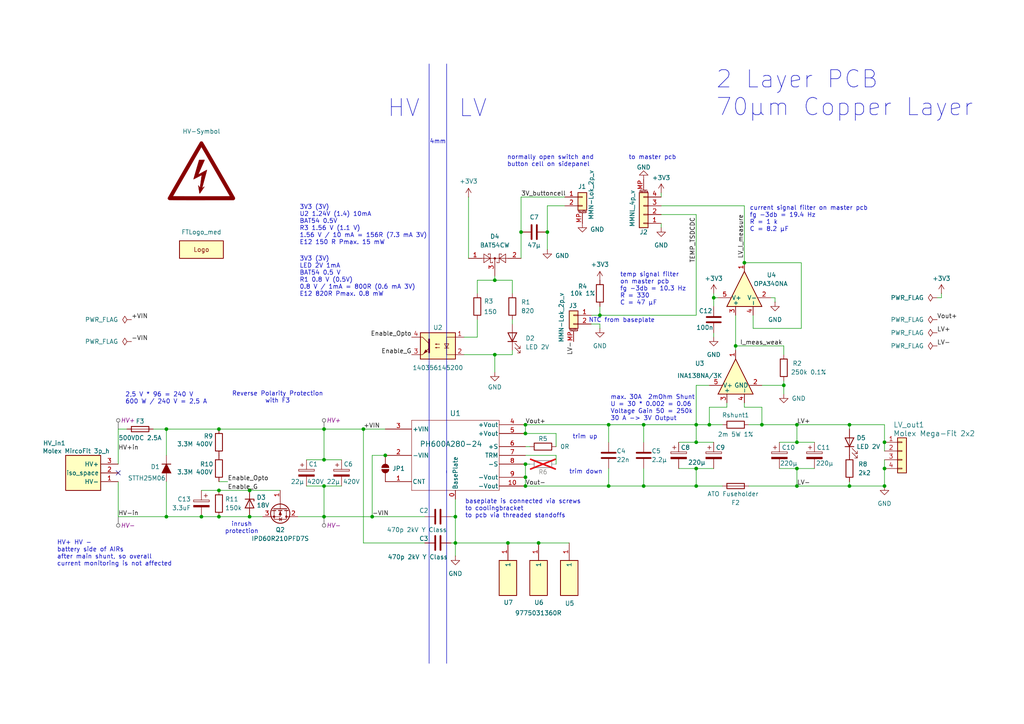
<source format=kicad_sch>
(kicad_sch (version 20250114) (generator "eeschema") (generator_version "9.0")
  (paper "A4")
  (title_block (title "TS-DCDC") (date "2024-12-12") (rev "0.5"))
  (lib_symbols
    (symbol "2024-11-18_21-41-11:PH600A280-24" (pin_names (offset 0.254))
      (property "Reference" "U1" (at 20.32 7.112 0))
      (property "Value" "PH600A280-24" (at 19.05 -1.778 0))
      (symbol "PH600A280-24_1_1"
        (pin power_in line (at 0 2.54 0) (length 7.62) (name "+VIN") (number "3"))
        (pin power_in line (at 0 -5.08 0) (length 7.62) (name "-VIN") (number "2"))
        (pin input line (at 0 -12.7 0) (length 7.62) (name "CNT") (number "1"))
        (pin passive line (at 20.32 -17.78 90) (length 2.54) (name "BasePlate") (number "0"))
        (pin power_out line (at 40.64 3.81 180) (length 7.62) (name "+Vout") (number "4"))
        (pin passive line (at 40.64 1.27 180) (length 7.62) (name "+Vout") (number "5"))
        (pin input line (at 40.64 -2.54 180) (length 7.62) (name "+S") (number "6"))
        (pin input line (at 40.64 -5.08 180) (length 7.62) (name "TRM") (number "7"))
        (pin input line (at 40.64 -7.62 180) (length 7.62) (name "-S") (number "8"))
        (pin passive line (at 40.64 -11.43 180) (length 7.62) (name "-Vout") (number "9"))
        (pin power_out line (at 40.64 -13.97 180) (length 7.62) (name "-Vout") (number "10"))
      )
    )
    (symbol "43650-0317:43650-0317"
      (property "Reference" "HV_in1" (at 18.542 -11.938 0))
      (property "Value" "Molex MircoFit 3p_h" (at 11.43 -9.398 0))
      (symbol "43650-0317_1_1"
        (pin power_out line (at 0 0 0) (length 5.08) (name "HV+") (number "3"))
        (pin passive line (at 0 -2.54 0) (length 5.08) (name "iso_space") (number "2"))
        (pin power_out line (at 0 -5.08 0) (length 5.08) (name "HV-") (number "1"))
      )
    )
    (symbol "9775031360R:9775031360R"
      (property "Reference" "U" (at 16.51 7.62 0))
      (property "Value" "9775031360R" (at 16.51 5.08 0))
      (symbol "9775031360R_1_1"
        (pin passive line (at 0 0 0) (length 5.08) (name "1") (number "1"))
      )
    )
    (symbol "Amplifier_Current:INA138" (pin_names (offset 0.127))
      (property "Reference" "U" (at 3.81 5.08 0))
      (property "Value" "INA138" (at 3.81 2.54 0))
      (symbol "INA138_1_1"
        (pin input line (at -7.62 2.54 0) (length 2.54) (name "+") (number "3"))
        (pin input line (at -7.62 -2.54 0) (length 2.54) (name "-") (number "4"))
        (pin power_in line (at -2.54 7.62 270) (length 3.81) (name "V+") (number "5"))
        (pin power_in line (at -2.54 -7.62 90) (length 3.81) (name "GND") (number "2"))
        (pin output line (at 7.62 0 180) (length 2.54) (name "~") (number "1"))
      )
    )
    (symbol "Amplifier_Operational:OPA340NA" (pin_names (offset 0.127))
      (property "Reference" "U" (at -1.27 6.35 0))
      (property "Value" "OPA340NA" (at -1.27 3.81 0))
      (symbol "OPA340NA_0_1"
        (pin power_in line (at -2.54 7.62 270) (length 3.81) (name "V+") (number "5"))
        (pin power_in line (at -2.54 -7.62 90) (length 3.81) (name "V-") (number "2"))
      )
      (symbol "OPA340NA_1_1"
        (pin input line (at -7.62 2.54 0) (length 2.54) (name "+") (number "3"))
        (pin input line (at -7.62 -2.54 0) (length 2.54) (name "-") (number "4"))
        (pin output line (at 7.62 0 180) (length 2.54) (name "~") (number "1"))
      )
    )
    (symbol "Conn_01x04_1" (pin_names (offset 1.016) (hide yes))
      (property "Reference" "LV_out1" (at -2.54 7.62 0))
      (property "Value" "Molex Mega-Fit 2x2" (at -2.54 5.08 0))
      (symbol "Conn_01x04_1_1_1"
        (pin power_in line (at -5.08 2.54 0) (length 3.81) (name "Pin_1") (number "1"))
        (pin power_in line (at -5.08 0 0) (length 3.81) (name "Pin_2") (number "2"))
        (pin power_in line (at -5.08 -2.54 0) (length 3.81) (name "Pin_3") (number "3"))
        (pin power_in line (at -5.08 -5.08 0) (length 3.81) (name "Pin_4") (number "4"))
      )
    )
    (symbol "Connector_Generic_MountingPin:Conn_01x02_MountingPin" (pin_names (offset 1.016) (hide yes))
      (property "Reference" "J" (at 0 2.54 0))
      (property "Value" "Conn_01x02_MountingPin" (at 1.27 -5.08 0))
      (symbol "Conn_01x02_MountingPin_1_1"
        (text "Mounting" (at 0 -4.191 0) (effects (font (size 0.381 0.381))))
        (pin passive line (at -5.08 0 0) (length 3.81) (name "Pin_1") (number "1"))
        (pin passive line (at -5.08 -2.54 0) (length 3.81) (name "Pin_2") (number "2"))
        (pin passive line (at 0 -7.62 90) (length 3.048) (name "MountPin") (number "MP"))
      )
    )
    (symbol "Connector_Generic_MountingPin:Conn_01x04_MountingPin" (pin_names (offset 1.016) (hide yes))
      (property "Reference" "J" (at 0 5.08 0))
      (property "Value" "Conn_01x04_MountingPin" (at 1.27 -7.62 0))
      (symbol "Conn_01x04_MountingPin_1_1"
        (text "Mounting" (at 0 -6.731 0) (effects (font (size 0.381 0.381))))
        (pin passive line (at -5.08 2.54 0) (length 3.81) (name "Pin_1") (number "1"))
        (pin passive line (at -5.08 0 0) (length 3.81) (name "Pin_2") (number "2"))
        (pin passive line (at -5.08 -2.54 0) (length 3.81) (name "Pin_3") (number "3"))
        (pin passive line (at -5.08 -5.08 0) (length 3.81) (name "Pin_4") (number "4"))
        (pin passive line (at 0 -10.16 90) (length 3.048) (name "MountPin") (number "MP"))
      )
    )
    (symbol "Device:C" (pin_numbers (hide yes)) (pin_names (offset 0.254))
      (property "Reference" "C" (at 0.635 2.54 0))
      (property "Value" "C" (at 0.635 -2.54 0))
      (symbol "C_1_1"
        (pin passive line (at 0 3.81 270) (length 2.794) (name "~") (number "1"))
        (pin passive line (at 0 -3.81 90) (length 2.794) (name "~") (number "2"))
      )
    )
    (symbol "Device:C_Polarized" (pin_numbers (hide yes)) (pin_names (offset 0.254))
      (property "Reference" "C" (at 0.635 2.54 0))
      (property "Value" "C_Polarized" (at 0.635 -2.54 0))
      (symbol "C_Polarized_1_1"
        (pin passive line (at 0 3.81 270) (length 2.794) (name "~") (number "1"))
        (pin passive line (at 0 -3.81 90) (length 2.794) (name "~") (number "2"))
      )
    )
    (symbol "Device:D_Filled" (pin_numbers (hide yes)) (pin_names (offset 1.016) (hide yes))
      (property "Reference" "D" (at 0 2.54 0))
      (property "Value" "D_Filled" (at 0 -2.54 0))
      (symbol "D_Filled_1_1"
        (pin passive line (at -3.81 0 0) (length 2.54) (name "K") (number "1"))
        (pin passive line (at 3.81 0 180) (length 2.54) (name "A") (number "2"))
      )
    )
    (symbol "Device:D_Zener" (pin_numbers (hide yes)) (pin_names (offset 1.016) (hide yes))
      (property "Reference" "D" (at 0 2.54 0))
      (property "Value" "D_Zener" (at 0 -2.54 0))
      (symbol "D_Zener_1_1"
        (pin passive line (at -3.81 0 0) (length 2.54) (name "K") (number "1"))
        (pin passive line (at 3.81 0 180) (length 2.54) (name "A") (number "2"))
      )
    )
    (symbol "Device:Fuse" (pin_numbers (hide yes)) (pin_names (offset 0))
      (property "Reference" "F" (at 2.032 0 90))
      (property "Value" "Fuse" (at -1.905 0 90))
      (symbol "Fuse_1_1"
        (pin passive line (at 0 3.81 270) (length 1.27) (name "~") (number "1"))
        (pin passive line (at 0 -3.81 90) (length 1.27) (name "~") (number "2"))
      )
    )
    (symbol "Device:LED" (pin_numbers (hide yes)) (pin_names (offset 1.016) (hide yes))
      (property "Reference" "D" (at 0 2.54 0))
      (property "Value" "LED" (at 0 -2.54 0))
      (symbol "LED_1_1"
        (pin passive line (at -3.81 0 0) (length 2.54) (name "K") (number "1"))
        (pin passive line (at 3.81 0 180) (length 2.54) (name "A") (number "2"))
      )
    )
    (symbol "Device:R" (pin_numbers (hide yes)) (pin_names (offset 0))
      (property "Reference" "R" (at 2.032 0 90))
      (property "Value" "R" (at 0 0 90))
      (symbol "R_1_1"
        (pin passive line (at 0 3.81 270) (length 1.27) (name "~") (number "1"))
        (pin passive line (at 0 -3.81 90) (length 1.27) (name "~") (number "2"))
      )
    )
    (symbol "Diode:BAT54CW" (pin_names (offset 1.016))
      (property "Reference" "D" (at 0.635 -3.81 0))
      (property "Value" "BAT54CW" (at -6.35 3.175 0))
      (symbol "BAT54CW_1_1"
        (pin passive line (at -7.62 0 0) (length 3.81) (name "~") (number "1"))
        (pin passive line (at 0 -5.08 90) (length 5.08) (name "~") (number "3"))
        (pin passive line (at 7.62 0 180) (length 3.81) (name "~") (number "2"))
      )
    )
    (symbol "FaSTTUBe_logos:FTLogo_med"
      (property "Value" "FTLogo_med" (at 0 -3.81 0))
      (symbol "FTLogo_med_0_0"
        (text "Logo" (at 0 0 0) (effects (font (size 1.27 1.27))))
      )
    )
    (symbol "FaSTTUBe_logos:HV-Symbol" (pin_names (offset 1.016))
      (property "Value" "HV-Symbol" (at 0 -10.16 0))
    )
    (symbol "Fuse_1" (pin_numbers (hide yes)) (pin_names (offset 0))
      (property "Reference" "F2" (at 4.826 0 90))
      (property "Value" "ATO Fuseholder" (at 2.286 0.762 90))
      (symbol "Fuse_1_1_1"
        (pin passive line (at 0 3.81 270) (length 1.27) (name "~") (number "1"))
        (pin passive line (at 0 -3.81 90) (length 1.27) (name "~") (number "2"))
      )
    )
    (symbol "Jumper:SolderJumper_2_Open" (pin_numbers (hide yes)) (pin_names (offset 0) (hide yes)) (exclude_from_sim yes) (in_bom no)
      (property "Reference" "JP" (at 0 2.032 0))
      (property "Value" "SolderJumper_2_Open" (at 0 -2.54 0))
      (symbol "SolderJumper_2_Open_1_1"
        (pin passive line (at -3.81 0 0) (length 2.54) (name "A") (number "1"))
        (pin passive line (at 3.81 0 180) (length 2.54) (name "B") (number "2"))
      )
    )
    (symbol "Relay_SolidState:34.81-7048"
      (property "Reference" "U2" (at 0 5.334 0))
      (property "Value" "140356145200" (at 0 -6.35 0))
      (symbol "34.81-7048_1_1"
        (pin passive line (at -7.62 2.54 0) (length 2.54) (name "") (number "1"))
        (pin passive line (at -7.62 -2.54 0) (length 2.54) (name "~") (number "2"))
        (pin passive line (at 7.62 2.54 180) (length 2.54) (name "~") (number "4"))
        (pin passive line (at 7.62 -2.54 180) (length 2.54) (name "~") (number "3"))
      )
    )
    (symbol "Transistor_FET:IPD50R380CE" (pin_names (hide yes))
      (property "Reference" "Q" (at 5.08 1.905 0))
      (property "Value" "IPD50R380CE" (at 5.08 0 0))
      (symbol "IPD50R380CE_1_1"
        (pin input line (at -5.08 0 0) (length 2.54) (name "G") (number "1"))
        (pin passive line (at 2.54 5.08 270) (length 2.54) (name "D") (number "2"))
        (pin passive line (at 2.54 -5.08 90) (length 2.54) (name "S") (number "3"))
      )
    )
    (symbol "power:+3V3" (power) (pin_numbers (hide yes)) (pin_names (offset 0) (hide yes))
      (property "Value" "+3V3" (at 0 3.556 0))
      (symbol "+3V3_1_1"
        (pin power_in line (at 0 0 90) (length 0) (name "~") (number "1"))
      )
    )
    (symbol "power:GND" (power) (pin_numbers (hide yes)) (pin_names (offset 0) (hide yes))
      (property "Value" "GND" (at 0 -3.81 0))
      (symbol "GND_1_1"
        (pin power_in line (at 0 0 270) (length 0) (name "~") (number "1"))
      )
    )
    (symbol "power:PWR_FLAG" (power) (pin_numbers (hide yes)) (pin_names (offset 0) (hide yes))
      (property "Value" "PWR_FLAG" (at 0 3.81 0))
      (symbol "PWR_FLAG_0_0"
        (pin power_out line (at 0 0 90) (length 0) (name "~") (number "1"))
      )
    )
  )
  (text "trim down" (at 169.926 136.906 0) (effects (font (size 1.27 1.27))))
  (text "inrush\nprotection" (at 70.104 153.162 0) (effects (font (size 1.27 1.27))))
  (text "3V3 (3V)\nU2 1.24V (1.4) 10mA\nBAT54 0.5V\nR3 1.56 V (1.1 V)\n1.56 V / 10 mA = 156R (7.3 mA 3V)\nE12 150 R Pmax. 15 mW\n" (at 86.868 65.278 0) (effects (font (size 1.27 1.27)) (justify left)))
  (text "max. 30A  2mOhm Shunt \nU = 30 * 0.002 = 0.06\nVoltage Gain 50 = 250k\n30 A -> 3V Output\n" (at 177.038 118.364 0) (effects (font (size 1.27 1.27)) (justify left)))
  (text "trim up" (at 169.672 126.746 0) (effects (font (size 1.27 1.27))))
  (text "2,5 V * 96 = 240 V\n600 W / 240 V = 2,5 A\n" (at 36.322 115.57 0) (effects (font (size 1.27 1.27)) (justify left)))
  (text "current signal filter on master pcb\nfg -3db = 19.4 Hz\nR = 1 k\nC = 8.2 µF\n" (at 217.424 63.5 0) (effects (font (size 1.27 1.27)) (justify left)))
  (text "LV" (at 137.16 31.496 0) (effects (font (size 5 5))))
  (text "4mm" (at 127 41.148 0) (effects (font (size 1.27 1.27))))
  (text "normally open switch and\nbutton cell on sidepanel\n " (at 147.066 44.958 0) (effects (font (size 1.27 1.27)) (justify left top)))
  (text "NTC from baseplate" (at 180.34 92.964 0) (effects (font (size 1.27 1.27))))
  (text "HV" (at 117.094 31.496 0) (effects (font (size 5 5))))
  (text "3V3 (3V)\nLED 2V 1mA\nBAT54 0.5 V \nR1 0.8 V (0.5V)\n0.8 V / 1mA = 800R (0.6 mA 3V)\nE12 820R Pmax. 0.8 mW" (at 86.868 80.264 0) (effects (font (size 1.27 1.27)) (justify left)))
  (text "HV+ HV -\nbattery side of AIRs\nafter main shunt, so overall \ncurrent monitoring is not affected" (at 16.51 160.528 0) (effects (font (size 1.27 1.27)) (justify left)))
  (text "to master pcb" (at 189.23 45.72 0) (effects (font (size 1.27 1.27))))
  (text "baseplate is connected via screws \nto coolingbracket\nto pcb via threaded standoffs\n" (at 134.874 147.574 0) (effects (font (size 1.27 1.27)) (justify left)))
  (text "temp signal filter \non master pcb\nfg -3db = 10.3 Hz\nR = 330\nC = 47 µF" (at 179.832 83.82 0) (effects (font (size 1.27 1.27)) (justify left)))
  (text "Reverse Polarity Protection\nwith F3" (at 80.518 115.316 0) (effects (font (size 1.27 1.27))))
  (text "2 Layer PCB \n70µm Copper Layer\n" (at 207.518 27.178 0) (effects (font (size 5 5)) (justify left)))
  (junction (at 152.4 134.62))
  (junction (at 186.69 123.19))
  (junction (at 207.01 86.36))
  (junction (at 63.5 124.46))
  (junction (at 48.26 124.46))
  (junction (at 143.51 81.28))
  (junction (at 201.93 128.27))
  (junction (at 107.95 149.86))
  (junction (at 213.36 100.33))
  (junction (at 48.26 149.86))
  (junction (at 231.14 123.19))
  (junction (at 176.53 123.19))
  (junction (at 105.41 124.46))
  (junction (at 151.13 67.31))
  (junction (at 152.4 138.43))
  (junction (at 147.32 157.48))
  (junction (at 201.93 135.89))
  (junction (at 152.4 123.19))
  (junction (at 246.38 123.19))
  (junction (at 132.08 157.48))
  (junction (at 72.39 142.24))
  (junction (at 152.4 140.97))
  (junction (at 205.74 123.19))
  (junction (at 201.93 123.19))
  (junction (at 176.53 140.97))
  (junction (at 72.39 149.86))
  (junction (at 231.14 128.27))
  (junction (at 231.14 135.89))
  (junction (at 93.98 149.86))
  (junction (at 173.99 91.44))
  (junction (at 158.75 67.31))
  (junction (at 156.21 157.48))
  (junction (at 152.4 125.73))
  (junction (at 201.93 140.97))
  (junction (at 220.98 123.19))
  (junction (at 132.08 149.86))
  (junction (at 256.54 128.27))
  (junction (at 111.76 132.08))
  (junction (at 58.42 149.86))
  (junction (at 93.98 124.46))
  (junction (at 186.69 140.97))
  (junction (at 93.98 140.97))
  (junction (at 215.9 76.2))
  (junction (at 246.38 140.97))
  (junction (at 256.54 135.89))
  (junction (at 227.33 111.76))
  (junction (at 256.54 140.97))
  (junction (at 143.51 102.87))
  (junction (at 231.14 140.97))
  (junction (at 63.5 149.86))
  (junction (at 93.98 133.35))
  (junction (at 63.5 142.24))
  (no_connect (at 34.29 137.16))
  (wire (pts (xy 231.14 135.89) (xy 231.14 140.97)))
  (wire (pts (xy 132.08 144.78) (xy 132.08 149.86)))
  (wire (pts (xy 72.39 142.24) (xy 81.28 142.24)))
  (wire (pts (xy 231.14 128.27) (xy 236.22 128.27)))
  (wire (pts (xy 48.26 149.86) (xy 58.42 149.86)))
  (wire (pts (xy 34.29 139.7) (xy 34.29 149.86)))
  (wire (pts (xy 176.53 123.19) (xy 176.53 128.27)))
  (wire (pts (xy 176.53 135.89) (xy 176.53 140.97)))
  (wire (pts (xy 158.75 59.69) (xy 158.75 67.31)))
  (wire (pts (xy 148.59 102.87) (xy 148.59 101.6)))
  (wire (pts (xy 201.93 123.19) (xy 205.74 123.19)))
  (wire (pts (xy 107.95 132.08) (xy 107.95 149.86)))
  (wire (pts (xy 152.4 134.62) (xy 153.67 134.62)))
  (wire (pts (xy 226.06 128.27) (xy 231.14 128.27)))
  (wire (pts (xy 72.39 149.86) (xy 76.2 149.86)))
  (wire (pts (xy 107.95 132.08) (xy 111.76 132.08)))
  (wire (pts (xy 201.93 111.76) (xy 205.74 111.76)))
  (wire (pts (xy 143.51 81.28) (xy 143.51 80.01)))
  (wire (pts (xy 273.05 86.36) (xy 271.78 86.36)))
  (wire (pts (xy 151.13 57.15) (xy 163.83 57.15)))
  (wire (pts (xy 132.08 149.86) (xy 130.81 149.86)))
  (wire (pts (xy 201.93 62.23) (xy 201.93 91.44)))
  (wire (pts (xy 152.4 132.08) (xy 161.29 132.08)))
  (wire (pts (xy 173.99 93.98) (xy 171.45 93.98)))
  (wire (pts (xy 138.43 81.28) (xy 138.43 85.09)))
  (wire (pts (xy 132.08 157.48) (xy 147.32 157.48)))
  (wire (pts (xy 44.45 124.46) (xy 48.26 124.46)))
  (wire (pts (xy 93.98 133.35) (xy 99.06 133.35)))
  (wire (pts (xy 205.74 123.19) (xy 209.55 123.19)))
  (wire (pts (xy 34.29 124.46) (xy 36.83 124.46)))
  (wire (pts (xy 134.62 97.79) (xy 138.43 97.79)))
  (wire (pts (xy 207.01 96.52) (xy 207.01 97.79)))
  (wire (pts (xy 201.93 111.76) (xy 201.93 123.19)))
  (wire (pts (xy 210.82 116.84) (xy 210.82 118.11)))
  (wire (pts (xy 210.82 118.11) (xy 205.74 118.11)))
  (wire (pts (xy 135.89 57.15) (xy 135.89 74.93)))
  (wire (pts (xy 34.29 124.46) (xy 34.29 134.62)))
  (wire (pts (xy 218.44 95.25) (xy 232.41 95.25)))
  (wire (pts (xy 161.29 134.62) (xy 161.29 132.08)))
  (wire (pts (xy 227.33 111.76) (xy 227.33 114.3)))
  (wire (pts (xy 152.4 123.19) (xy 176.53 123.19)))
  (polyline (pts (xy 124.46 18.542) (xy 124.46 192.405)))
  (wire (pts (xy 208.28 86.36) (xy 207.01 86.36)))
  (wire (pts (xy 191.77 66.04) (xy 191.77 64.77)))
  (wire (pts (xy 151.13 57.15) (xy 151.13 67.31)))
  (wire (pts (xy 152.4 138.43) (xy 152.4 134.62)))
  (wire (pts (xy 34.29 149.86) (xy 48.26 149.86)))
  (wire (pts (xy 217.17 140.97) (xy 231.14 140.97)))
  (wire (pts (xy 105.41 157.48) (xy 123.19 157.48)))
  (wire (pts (xy 105.41 124.46) (xy 111.76 124.46)))
  (wire (pts (xy 143.51 81.28) (xy 148.59 81.28)))
  (wire (pts (xy 143.51 102.87) (xy 148.59 102.87)))
  (wire (pts (xy 220.98 118.11) (xy 220.98 123.19)))
  (wire (pts (xy 66.04 139.7) (xy 63.5 139.7)))
  (wire (pts (xy 63.5 142.24) (xy 58.42 142.24)))
  (wire (pts (xy 224.79 87.63) (xy 224.79 86.36)))
  (wire (pts (xy 186.69 123.19) (xy 201.93 123.19)))
  (wire (pts (xy 152.4 129.54) (xy 153.67 129.54)))
  (wire (pts (xy 88.9 133.35) (xy 93.98 133.35)))
  (wire (pts (xy 213.36 91.44) (xy 213.36 100.33)))
  (wire (pts (xy 186.69 140.97) (xy 201.93 140.97)))
  (wire (pts (xy 173.99 88.9) (xy 173.99 91.44)))
  (wire (pts (xy 107.95 149.86) (xy 123.19 149.86)))
  (wire (pts (xy 63.5 149.86) (xy 72.39 149.86)))
  (wire (pts (xy 213.36 100.33) (xy 227.33 100.33)))
  (wire (pts (xy 173.99 91.44) (xy 201.93 91.44)))
  (wire (pts (xy 186.69 123.19) (xy 186.69 128.27)))
  (wire (pts (xy 220.98 111.76) (xy 227.33 111.76)))
  (wire (pts (xy 201.93 128.27) (xy 207.01 128.27)))
  (wire (pts (xy 186.69 135.89) (xy 186.69 140.97)))
  (wire (pts (xy 201.93 135.89) (xy 201.93 140.97)))
  (wire (pts (xy 158.75 67.31) (xy 158.75 72.39)))
  (wire (pts (xy 220.98 118.11) (xy 215.9 118.11)))
  (wire (pts (xy 226.06 135.89) (xy 231.14 135.89)))
  (wire (pts (xy 93.98 124.46) (xy 93.98 133.35)))
  (polyline (pts (xy 129.54 136.525) (xy 129.54 192.405)))
  (wire (pts (xy 93.98 140.97) (xy 99.06 140.97)))
  (wire (pts (xy 152.4 123.19) (xy 152.4 125.73)))
  (wire (pts (xy 191.77 57.15) (xy 191.77 55.88)))
  (wire (pts (xy 232.41 76.2) (xy 215.9 76.2)))
  (wire (pts (xy 201.93 140.97) (xy 209.55 140.97)))
  (wire (pts (xy 161.29 125.73) (xy 152.4 125.73)))
  (wire (pts (xy 93.98 124.46) (xy 105.41 124.46)))
  (wire (pts (xy 48.26 139.7) (xy 48.26 149.86)))
  (wire (pts (xy 205.74 118.11) (xy 205.74 123.19)))
  (wire (pts (xy 147.32 157.48) (xy 156.21 157.48)))
  (wire (pts (xy 138.43 81.28) (xy 143.51 81.28)))
  (wire (pts (xy 196.85 128.27) (xy 201.93 128.27)))
  (wire (pts (xy 196.85 135.89) (xy 201.93 135.89)))
  (wire (pts (xy 232.41 95.25) (xy 232.41 76.2)))
  (wire (pts (xy 93.98 140.97) (xy 88.9 140.97)))
  (wire (pts (xy 163.83 59.69) (xy 158.75 59.69)))
  (wire (pts (xy 246.38 124.46) (xy 246.38 123.19)))
  (wire (pts (xy 176.53 123.19) (xy 186.69 123.19)))
  (wire (pts (xy 213.36 100.33) (xy 213.36 101.6)))
  (wire (pts (xy 224.79 86.36) (xy 223.52 86.36)))
  (wire (pts (xy 173.99 91.44) (xy 171.45 91.44)))
  (wire (pts (xy 231.14 135.89) (xy 236.22 135.89)))
  (wire (pts (xy 217.17 123.19) (xy 220.98 123.19)))
  (wire (pts (xy 215.9 59.69) (xy 215.9 76.2)))
  (wire (pts (xy 231.14 140.97) (xy 246.38 140.97)))
  (wire (pts (xy 231.14 123.19) (xy 231.14 128.27)))
  (wire (pts (xy 201.93 135.89) (xy 207.01 135.89)))
  (wire (pts (xy 191.77 59.69) (xy 215.9 59.69)))
  (polyline (pts (xy 129.54 18.542) (xy 129.54 137.16)))
  (wire (pts (xy 86.36 149.86) (xy 93.98 149.86)))
  (wire (pts (xy 152.4 140.97) (xy 152.4 138.43)))
  (wire (pts (xy 48.26 132.08) (xy 48.26 124.46)))
  (wire (pts (xy 143.51 102.87) (xy 143.51 107.95)))
  (wire (pts (xy 152.4 140.97) (xy 176.53 140.97)))
  (wire (pts (xy 93.98 149.86) (xy 107.95 149.86)))
  (wire (pts (xy 256.54 128.27) (xy 256.54 130.81)))
  (wire (pts (xy 256.54 133.35) (xy 256.54 135.89)))
  (wire (pts (xy 246.38 123.19) (xy 256.54 123.19)))
  (wire (pts (xy 63.5 142.24) (xy 72.39 142.24)))
  (wire (pts (xy 176.53 140.97) (xy 186.69 140.97)))
  (wire (pts (xy 148.59 92.71) (xy 148.59 93.98)))
  (wire (pts (xy 48.26 124.46) (xy 63.5 124.46)))
  (wire (pts (xy 173.99 93.98) (xy 173.99 95.25)))
  (wire (pts (xy 215.9 118.11) (xy 215.9 116.84)))
  (wire (pts (xy 138.43 92.71) (xy 138.43 97.79)))
  (wire (pts (xy 256.54 135.89) (xy 256.54 140.97)))
  (wire (pts (xy 151.13 67.31) (xy 151.13 74.93)))
  (wire (pts (xy 58.42 149.86) (xy 63.5 149.86)))
  (wire (pts (xy 148.59 81.28) (xy 148.59 85.09)))
  (wire (pts (xy 161.29 129.54) (xy 161.29 125.73)))
  (wire (pts (xy 246.38 139.7) (xy 246.38 140.97)))
  (wire (pts (xy 132.08 157.48) (xy 130.81 157.48)))
  (wire (pts (xy 132.08 161.29) (xy 132.08 157.48)))
  (wire (pts (xy 105.41 124.46) (xy 105.41 157.48)))
  (wire (pts (xy 273.05 85.09) (xy 273.05 86.36)))
  (wire (pts (xy 63.5 124.46) (xy 93.98 124.46)))
  (wire (pts (xy 165.1 157.48) (xy 156.21 157.48)))
  (wire (pts (xy 227.33 100.33) (xy 227.33 102.87)))
  (wire (pts (xy 220.98 123.19) (xy 231.14 123.19)))
  (wire (pts (xy 207.01 86.36) (xy 207.01 85.09)))
  (wire (pts (xy 132.08 149.86) (xy 132.08 157.48)))
  (wire (pts (xy 256.54 140.97) (xy 246.38 140.97)))
  (wire (pts (xy 256.54 123.19) (xy 256.54 128.27)))
  (wire (pts (xy 207.01 86.36) (xy 207.01 88.9)))
  (wire (pts (xy 227.33 110.49) (xy 227.33 111.76)))
  (wire (pts (xy 143.51 102.87) (xy 134.62 102.87)))
  (wire (pts (xy 231.14 123.19) (xy 246.38 123.19)))
  (wire (pts (xy 201.93 62.23) (xy 191.77 62.23)))
  (wire (pts (xy 218.44 95.25) (xy 218.44 91.44)))
  (wire (pts (xy 93.98 149.86) (xy 93.98 140.97)))
  (wire (pts (xy 201.93 123.19) (xy 201.93 128.27)))
  (label "LV+" (at 231.14 123.19 0))
  (label "+VIN" (at 38.1 92.71 0))
  (label "LV-" (at 231.14 140.97 0))
  (label "Vout-" (at 152.4 140.97 0))
  (label "TEMP_TSDCDC" (at 201.93 76.2 90))
  (label "LV-" (at 271.78 100.33 0))
  (label "Vout+" (at 271.78 92.71 0))
  (label "-VIN" (at 38.1 99.06 0))
  (label "-VIN" (at 107.95 149.86 0))
  (label "LV_I_measure" (at 215.9 74.93 90))
  (label "HV+in" (at 34.29 130.81 0))
  (label "I_meas_weak" (at 214.63 100.33 0))
  (label "3V_buttoncell" (at 151.13 57.15 0))
  (label "LV-" (at 166.37 99.06 270))
  (label "Enable_G" (at 66.04 142.24 0))
  (label "HV-in" (at 34.29 149.86 0))
  (label "Enable_Opto" (at 66.04 139.7 0))
  (label "Vout+" (at 152.4 123.19 0))
  (label "Enable_G" (at 119.38 102.87 180))
  (label "Enable_Opto" (at 119.38 97.79 180))
  (label "+VIN" (at 105.41 124.46 0))
  (label "LV+" (at 271.78 96.52 0))
  (netclass_flag "" (length 2.54) (shape round) (at 34.29 124.46 0) (property "Netclass" "HV+" (at 34.9885 121.92 0) (effects (font (italic yes)) (justify left))))
  (netclass_flag "" (length 2.54) (shape round) (at 34.29 149.86 180) (property "Netclass" "HV-" (at 34.9885 152.4 0) (effects (font (italic yes)) (justify left))))
  (netclass_flag "" (length 2.54) (shape round) (at 93.98 124.46 0) (property "Netclass" "HV+" (at 94.6785 121.92 0) (effects (font (italic yes)) (justify left))))
  (netclass_flag "" (length 2.54) (shape round) (at 93.98 149.86 180) (property "Netclass" "HV-" (at 94.6785 152.4 0) (effects (font (italic yes)) (justify left))))
  (symbol (lib_id "9775031360R:9775031360R") (at 165.1 157.48 270) (unit 1)
    (property "Reference" "U5" (at 163.83 175.006 90) (effects (justify left)))
    (property "Value" "9775031360R" (effects (hide yes)))
    (property "Footprint" "9775031360R" (effects (hide yes)))
    (property "Datasheet" "https://www.we-online.com/components/products/datasheet/9775031360R.pdf" (effects (hide yes)))
    (property "Description" "Round Standoff Threaded M3 Steel 0.039\" (1.00mm)" (effects (hide yes)))
    (property "Height" "4.2" (effects (hide yes)))
    (property "Mouser Part Number" "710-9775031360R" (effects (hide yes)))
    (property "Mouser Price/Stock" "https://www.mouser.co.uk/ProductDetail/Wurth-Elektronik/9775031360R?qs=lBTPRtX1sU%252BooRt%2F6rjYpA%3D%3D" (effects (hide yes)))
    (property "Manufacturer_Name" "Wurth Elektronik" (effects (hide yes)))
    (property "Manufacturer_Part_Number" "9775031360R" (effects (hide yes)))
  )
  (symbol (lib_id "Device:LED") (at 148.59 97.79 90) (unit 1)
    (property "Reference" "D2" (at 152.4 98.1074 90) (effects (justify right)))
    (property "Value" "LED 2V" (at 152.4 100.6474 90) (effects (justify right)))
    (property "Footprint" "LED_SMD:LED_0603_1608Metric" (effects (hide yes)))
    (property "Description" "Light emitting diode" (effects (hide yes)))
  )
  (symbol (lib_id "Device:C_Polarized") (at 196.85 132.08 0) (unit 1)
    (property "Reference" "C8" (at 200.152 129.794 0) (effects (justify right)))
    (property "Value" "220µ" (at 204.724 134.112 0) (effects (justify right)))
    (property "Footprint" "Capacitor_THT:CP_Radial_D10.0mm_P5.00mm" (effects (hide yes)))
    (property "Datasheet" "https://mou.sr/3E8B9GR" (effects (hide yes)))
    (property "Description" "Polarized capacitor" (effects (hide yes)))
  )
  (symbol (lib_id "Device:C") (at 176.53 132.08 0) (unit 1)
    (property "Reference" "C4" (at 178.816 130.81 0) (effects (justify left)))
    (property "Value" "22n" (at 178.816 133.35 0) (effects (justify left)))
    (property "Footprint" "Capacitor_SMD:C_1206_3216Metric" (effects (hide yes)))
    (property "Description" "Unpolarized capacitor" (effects (hide yes)))
  )
  (symbol (lib_id "Device:R") (at 246.38 135.89 0) (unit 1)
    (property "Reference" "R8" (at 248.92 134.6199 0) (effects (justify left)))
    (property "Value" "2k2" (at 248.92 137.1599 0) (effects (justify left)))
    (property "Footprint" "Resistor_SMD:R_0603_1608Metric" (effects (hide yes)))
    (property "Description" "Resistor" (effects (hide yes)))
  )
  (symbol (lib_id "Connector_Generic_MountingPin:Conn_01x04_MountingPin") (at 186.69 62.23 180) (unit 1)
    (property "Reference" "J2" (at 186.69 67.31 0))
    (property "Value" "MMNL_4p_v" (at 183.388 60.452 90))
    (property "Footprint" "FaSTTUBe_connectors:Micro_Mate-N-Lok_4p_vertical" (effects (hide yes)))
    (property "Description" "Generic connectable mounting pin connector, single row, 01x04, script generated (kicad-library-utils/schlib/autogen/connector/)" (effects (hide yes)))
  )
  (symbol (lib_id "power:GND") (at 256.54 140.97 0) (unit 1)
    (property "Reference" "#PWR01" (effects (hide yes)))
    (property "Value" "GND" (at 256.54 146.05 0))
    (property "Description" "Power symbol creates a global label with name \"GND\" , ground" (effects (hide yes)))
  )
  (symbol (lib_id "Device:R") (at 157.48 129.54 90) (unit 1)
    (property "Reference" "R5" (at 157.48 127.254 90))
    (property "Value" "0R" (at 163.83 129.54 90))
    (property "Footprint" "Resistor_SMD:R_0603_1608Metric" (effects (hide yes)))
    (property "Description" "Resistor" (effects (hide yes)))
  )
  (symbol (lib_id "power:PWR_FLAG") (at 38.1 92.71 90) (unit 1)
    (property "Reference" "#FLG02" (effects (hide yes)))
    (property "Value" "PWR_FLAG" (at 34.29 92.7099 90) (effects (justify left)))
    (property "Description" "Special symbol for telling ERC where power comes from" (effects (hide yes)))
  )
  (symbol (lib_id "power:+3V3") (at 191.77 55.88 0) (mirror y) (unit 1)
    (property "Reference" "#PWR05" (effects (hide yes)))
    (property "Value" "+3V3" (at 191.77 51.562 0))
    (property "Description" "Power symbol creates a global label with name \"+3V3\"" (effects (hide yes)))
  )
  (symbol (lib_id "Amplifier_Operational:OPA340NA") (at 215.9 83.82 90) (unit 1)
    (property "Reference" "U4" (at 223.774 79.756 90))
    (property "Value" "OPA340NA" (at 223.52 82.296 90))
    (property "Footprint" "Package_TO_SOT_SMD:SOT-23-5" (effects (hide yes)))
    (property "Datasheet" "http://www.ti.com/lit/ds/symlink/opa340.pdf" (effects (hide yes)))
    (property "Description" "Single Single-Supply, Rail-to-Rail Operational Amplifier, MicroAmplifier Series, SOT-23-5" (effects (hide yes)))
  )
  (symbol (lib_id "Jumper:SolderJumper_2_Open") (at 111.76 135.89 90) (unit 1) (in_bom no)
    (property "Reference" "JP1" (at 113.792 135.89 90) (effects (justify right)))
    (property "Value" "SolderJumper_2_Open" (effects (hide yes)))
    (property "Footprint" "Jumper:SolderJumper-2_P1.3mm_Open_RoundedPad1.0x1.5mm" (effects (hide yes)))
    (property "Description" "Solder Jumper, 2-pole, open" (effects (hide yes)))
  )
  (symbol (lib_id "Device:C_Polarized") (at 226.06 132.08 0) (unit 1)
    (property "Reference" "C10" (at 230.632 129.794 0) (effects (justify right)))
    (property "Value" "220µ" (at 231.394 134.366 0) (effects (justify right)))
    (property "Footprint" "Capacitor_THT:CP_Radial_D10.0mm_P5.00mm" (effects (hide yes)))
    (property "Datasheet" "https://mou.sr/3E8B9GR" (effects (hide yes)))
    (property "Description" "Polarized capacitor" (effects (hide yes)))
  )
  (symbol (lib_id "Device:LED") (at 246.38 128.27 90) (unit 1)
    (property "Reference" "D5" (at 248.412 127 90) (effects (justify right)))
    (property "Value" "LED 2V" (at 248.412 129.54 90) (effects (justify right)))
    (property "Footprint" "LED_SMD:LED_0603_1608Metric" (effects (hide yes)))
    (property "Description" "Light emitting diode" (effects (hide yes)))
  )
  (symbol (lib_id "Device:C_Polarized") (at 88.9 137.16 0) (unit 1)
    (property "Reference" "C1" (at 92.202 134.62 0) (effects (justify right)))
    (property "Value" "22µ 420V" (at 93.98 139.7 0) (effects (justify right)))
    (property "Footprint" "Capacitor_THT:CP_Radial_D12.5mm_P5.00mm" (effects (hide yes)))
    (property "Datasheet" "https://www.mouser.de/ProductDetail/Chemi-Con/EKXN451ELL220MK16S?qs=eP2BKZSCXI45cEkx%2FZPDFw%3D%3D" (effects (hide yes)))
    (property "Description" "Polarized capacitor" (effects (hide yes)))
  )
  (symbol (lib_id "Device:C") (at 127 149.86 90) (unit 1)
    (property "Reference" "C2" (at 122.936 148.082 90))
    (property "Value" "470p 2kV Y Class" (at 120.904 153.67 90))
    (property "Footprint" "footprints:VY1471M29Y5UC63V0" (effects (hide yes)))
    (property "Datasheet" "https://www.vishay.com/docs/28537/vy1series.pdf" (effects (hide yes)))
    (property "Description" "Unpolarized capacitor" (effects (hide yes)))
  )
  (symbol (lib_id "power:PWR_FLAG") (at 271.78 100.33 90) (unit 1)
    (property "Reference" "#FLG05" (effects (hide yes)))
    (property "Value" "PWR_FLAG" (at 267.97 100.3299 90) (effects (justify left)))
    (property "Description" "Special symbol for telling ERC where power comes from" (effects (hide yes)))
  )
  (symbol (lib_id "Device:C_Polarized") (at 207.01 132.08 0) (unit 1)
    (property "Reference" "C9" (at 210.312 129.794 0) (effects (justify right)))
    (property "Value" "220µ" (effects (hide yes)))
    (property "Footprint" "Capacitor_THT:CP_Radial_D10.0mm_P5.00mm" (effects (hide yes)))
    (property "Datasheet" "https://mou.sr/3E8B9GR" (effects (hide yes)))
    (property "Description" "Polarized capacitor" (effects (hide yes)))
  )
  (symbol (lib_id "9775031360R:9775031360R") (at 156.21 157.48 270) (unit 1)
    (property "Reference" "U6" (at 154.94 174.752 90) (effects (justify left)))
    (property "Value" "9775031360R" (at 149.352 177.8 90) (effects (justify left)))
    (property "Footprint" "9775031360R" (effects (hide yes)))
    (property "Datasheet" "https://www.we-online.com/components/products/datasheet/9775031360R.pdf" (effects (hide yes)))
    (property "Description" "Round Standoff Threaded M3 Steel 0.039\" (1.00mm)" (effects (hide yes)))
    (property "Height" "4.2" (effects (hide yes)))
    (property "Mouser Part Number" "710-9775031360R" (effects (hide yes)))
    (property "Mouser Price/Stock" "https://www.mouser.co.uk/ProductDetail/Wurth-Elektronik/9775031360R?qs=lBTPRtX1sU%252BooRt%2F6rjYpA%3D%3D" (effects (hide yes)))
    (property "Manufacturer_Name" "Wurth Elektronik" (effects (hide yes)))
    (property "Manufacturer_Part_Number" "9775031360R" (effects (hide yes)))
  )
  (symbol (lib_id "Device:R") (at 148.59 88.9 0) (unit 1)
    (property "Reference" "R1" (at 151.13 87.6299 0) (effects (justify left)))
    (property "Value" "820" (at 151.13 90.1699 0) (effects (justify left)))
    (property "Footprint" "Resistor_SMD:R_0603_1608Metric" (effects (hide yes)))
    (property "Description" "Resistor" (effects (hide yes)))
  )
  (symbol (lib_id "power:GND") (at 207.01 97.79 0) (unit 1)
    (property "Reference" "#PWR013" (effects (hide yes)))
    (property "Value" "GND" (at 207.01 102.87 0))
    (property "Description" "Power symbol creates a global label with name \"GND\" , ground" (effects (hide yes)))
  )
  (symbol (lib_id "2024-11-18_21-41-11:PH600A280-24") (at 111.76 127 0) (unit 1)
    (property "Reference" "U1" (at 132.08 119.888 0) (effects (font (size 1.524 1.524))))
    (property "Value" "PH600A280-24" (at 130.81 128.778 0) (effects (font (size 1.524 1.524))))
    (property "Footprint" "footprints:PH300A_thru_PH600A_TDK" (effects (hide yes)))
    (property "Datasheet" "https://product.tdk.com/system/files/dam/doc/product/power/switching-power/dc-dc-converter/catalog/ph-a280_e.pdf" (effects (hide yes)))
  )
  (symbol (lib_id "power:PWR_FLAG") (at 271.78 86.36 90) (unit 1)
    (property "Reference" "#FLG01" (effects (hide yes)))
    (property "Value" "PWR_FLAG" (at 267.97 86.36 90) (effects (justify left)))
    (property "Description" "Special symbol for telling ERC where power comes from" (effects (hide yes)))
  )
  (symbol (lib_id "Device:C") (at 154.94 67.31 90) (unit 1)
    (property "Reference" "C7" (at 154.94 62.992 90))
    (property "Value" "47µ" (at 154.94 71.12 90))
    (property "Footprint" "Capacitor_SMD:C_1210_3225Metric" (effects (hide yes)))
    (property "Description" "Unpolarized capacitor" (effects (hide yes)))
  )
  (symbol (lib_id "power:+3V3") (at 173.99 81.28 0) (mirror y) (unit 1)
    (property "Reference" "#PWR08" (effects (hide yes)))
    (property "Value" "+3V3" (at 173.99 76.708 0))
    (property "Description" "Power symbol creates a global label with name \"+3V3\"" (effects (hide yes)))
  )
  (symbol (lib_id "FaSTTUBe_logos:HV-Symbol") (at 58.42 49.53 0) (unit 1)
    (property "Reference" "#Logo2" (effects (hide yes)))
    (property "Value" "HV-Symbol" (at 58.4225 38.1 0))
    (property "Footprint" "FaSTTUBe_logos:HV-Warning" (effects (hide yes)))
  )
  (symbol (lib_id "power:GND") (at 227.33 114.3 0) (unit 1)
    (property "Reference" "#PWR02" (effects (hide yes)))
    (property "Value" "GND" (at 231.648 115.57 0))
    (property "Description" "Power symbol creates a global label with name \"GND\" , ground" (effects (hide yes)))
  )
  (symbol (lib_id "Device:C_Polarized") (at 58.42 146.05 0) (mirror y) (unit 1)
    (property "Reference" "C13" (at 55.372 144.78 0) (effects (justify left)))
    (property "Value" "3.3uF" (at 55.372 147.32 0) (effects (justify left)))
    (property "Footprint" "Capacitor_SMD:C_0805_2012Metric" (effects (hide yes)))
    (property "Description" "Polarized capacitor" (effects (hide yes)))
  )
  (symbol (lib_id "Device:R") (at 63.5 146.05 0) (unit 1)
    (property "Reference" "R11" (at 65.278 144.78 0) (effects (justify left)))
    (property "Value" "150k" (at 65.278 147.32 0) (effects (justify left)))
    (property "Footprint" "Resistor_SMD:R_0603_1608Metric" (effects (hide yes)))
    (property "Description" "Resistor" (effects (hide yes)))
  )
  (symbol (lib_id "Device:C_Polarized") (at 236.22 132.08 0) (unit 1)
    (property "Reference" "C11" (at 240.792 129.794 0) (effects (justify right)))
    (property "Value" "220µ" (at 241.808 134.366 0) (effects (justify right)))
    (property "Footprint" "Capacitor_THT:CP_Radial_D10.0mm_P5.00mm" (effects (hide yes)))
    (property "Datasheet" "https://mou.sr/3E8B9GR" (effects (hide yes)))
    (property "Description" "Polarized capacitor" (effects (hide yes)))
  )
  (symbol (lib_id "power:GND") (at 132.08 161.29 0) (unit 1)
    (property "Reference" "#PWR010" (effects (hide yes)))
    (property "Value" "GND" (at 132.08 166.37 0))
    (property "Description" "Power symbol creates a global label with name \"GND\" , ground" (effects (hide yes)))
  )
  (symbol (lib_id "Relay_SolidState:34.81-7048") (at 127 100.33 0) (mirror y) (unit 1)
    (property "Reference" "U2" (at 127 94.996 0))
    (property "Value" "140356145200" (at 127 106.68 0))
    (property "Footprint" "footprints:SOP254P700X210-4N" (effects (hide yes)))
    (property "Datasheet" "https://www.we-online.com/components/products/datasheet/140356145200.pdf" (effects (hide yes)))
    (property "Description" "Ultra-Slim Solid-State Relay, 0.1A, 48V DC output switching" (effects (hide yes)))
  )
  (symbol (lib_id "Device:R") (at 63.5 128.27 0) (unit 1)
    (property "Reference" "R9" (at 60.452 126.492 0))
    (property "Value" "3.3M 400V" (at 61.722 128.778 0) (effects (justify right)))
    (property "Footprint" "Resistor_SMD:R_1206_3216Metric" (effects (hide yes)))
    (property "Description" "Resistor" (effects (hide yes)))
  )
  (symbol (lib_name "Conn_01x04_1") (lib_id "Connector_Generic:Conn_01x04") (at 261.62 130.81 0) (unit 1)
    (property "Reference" "LV_out1" (at 259.08 123.19 0) (effects (font (size 1.524 1.524)) (justify left)))
    (property "Value" "Molex Mega-Fit 2x2" (at 259.08 125.73 0) (effects (font (size 1.524 1.524)) (justify left)))
    (property "Footprint" "footprints:CONN_SD-76825-0100_04_MOL" (effects (hide yes)))
    (property "Datasheet" "https://www.molex.com/en-us/products/part-detail/768250004" (effects (hide yes)))
    (property "Description" "Generic connector, single row, 01x04, script generated (kicad-library-utils/schlib/autogen/connector/)" (effects (hide yes)))
  )
  (symbol (lib_id "Device:Fuse") (at 40.64 124.46 90) (mirror x) (unit 1)
    (property "Reference" "F3" (at 40.64 122.174 90))
    (property "Value" "500VDC 2.5A" (at 40.64 127 90))
    (property "Footprint" "footprints:0ACG5000TE" (effects (hide yes)))
    (property "Datasheet" "https://www.mouser.de/ProductDetail/Bel-Fuse/0ACG-2500-TE?qs=stqOd1AaK79slGARTZO0fA%3D%3D" (effects (hide yes)))
    (property "Description" "Fuse" (effects (hide yes)))
  )
  (symbol (lib_id "power:+3V3") (at 135.89 57.15 0) (unit 1)
    (property "Reference" "#PWR09" (effects (hide yes)))
    (property "Value" "+3V3" (at 135.89 52.578 0))
    (property "Description" "Power symbol creates a global label with name \"+3V3\"" (effects (hide yes)))
  )
  (symbol (lib_id "power:PWR_FLAG") (at 38.1 99.06 90) (unit 1)
    (property "Reference" "#FLG03" (effects (hide yes)))
    (property "Value" "PWR_FLAG" (at 34.29 99.0599 90) (effects (justify left)))
    (property "Description" "Special symbol for telling ERC where power comes from" (effects (hide yes)))
  )
  (symbol (lib_id "Device:C_Polarized") (at 99.06 137.16 0) (unit 1)
    (property "Reference" "C6" (at 102.362 134.62 0) (effects (justify right)))
    (property "Value" "22µ 420V" (at 104.394 139.7 0) (effects (justify right)))
    (property "Footprint" "Capacitor_THT:CP_Radial_D12.5mm_P5.00mm" (effects (hide yes)))
    (property "Datasheet" "https://www.mouser.de/ProductDetail/Chemi-Con/EKXN451ELL220MK16S?qs=eP2BKZSCXI45cEkx%2FZPDFw%3D%3D" (effects (hide yes)))
    (property "Description" "Polarized capacitor" (effects (hide yes)))
  )
  (symbol (lib_id "9775031360R:9775031360R") (at 147.32 157.48 270) (unit 1)
    (property "Reference" "U7" (at 146.05 174.752 90) (effects (justify left)))
    (property "Value" "9775031360R" (effects (hide yes)))
    (property "Footprint" "9775031360R" (effects (hide yes)))
    (property "Datasheet" "https://www.we-online.com/components/products/datasheet/9775031360R.pdf" (effects (hide yes)))
    (property "Description" "Round Standoff Threaded M3 Steel 0.039\" (1.00mm)" (effects (hide yes)))
    (property "Height" "4.2" (effects (hide yes)))
    (property "Mouser Part Number" "710-9775031360R" (effects (hide yes)))
    (property "Mouser Price/Stock" "https://www.mouser.co.uk/ProductDetail/Wurth-Elektronik/9775031360R?qs=lBTPRtX1sU%252BooRt%2F6rjYpA%3D%3D" (effects (hide yes)))
    (property "Manufacturer_Name" "Wurth Elektronik" (effects (hide yes)))
    (property "Manufacturer_Part_Number" "9775031360R" (effects (hide yes)))
  )
  (symbol (lib_id "power:GND") (at 173.99 95.25 0) (unit 1)
    (property "Reference" "#PWR06" (effects (hide yes)))
    (property "Value" "GND" (at 173.99 100.33 0))
    (property "Description" "Power symbol creates a global label with name \"GND\" , ground" (effects (hide yes)))
  )
  (symbol (lib_id "Device:R") (at 173.99 85.09 0) (unit 1)
    (property "Reference" "R4" (at 167.64 83.058 0) (effects (justify left)))
    (property "Value" "10k 1%" (at 165.354 85.09 0) (effects (justify left)))
    (property "Footprint" "Resistor_SMD:R_0603_1608Metric" (effects (hide yes)))
    (property "Description" "Resistor" (effects (hide yes)))
  )
  (symbol (lib_id "Transistor_FET:IPD50R380CE") (at 81.28 147.32 270) (unit 1)
    (property "Reference" "Q2" (at 81.28 153.67 90))
    (property "Value" "IPD60R210PFD7S" (at 81.28 156.21 90))
    (property "Footprint" "Package_TO_SOT_SMD:TO-252-2" (effects (hide yes)))
    (property "Datasheet" "https://www.mouser.de/datasheet/2/196/Infineon_IPD60R210PFD7S_DataSheet_v02_00_EN-1840644.pdf" (effects (hide yes)))
  )
  (symbol (lib_id "Device:D_Filled") (at 48.26 135.89 270) (unit 1)
    (property "Reference" "D1" (at 43.688 135.382 90) (effects (justify left)))
    (property "Value" "STTH25M06" (at 37.084 138.684 90) (effects (justify left)))
    (property "Footprint" "Package_TO_SOT_THT:TO-220F-2_Vertical" (effects (hide yes)))
    (property "Datasheet" "https://www.st.com/en/diodes-and-rectifiers/stth25m06.html" (effects (hide yes)))
    (property "Description" "Diode, filled shape" (effects (hide yes)))
    (property "Sim.Device" "D" (effects (hide yes)))
    (property "Sim.Pins" "1=K 2=A" (effects (hide yes)))
  )
  (symbol (lib_id "Device:R") (at 157.48 134.62 90) (unit 1) (dnp yes)
    (property "Reference" "R6" (at 157.48 136.906 90))
    (property "Value" "R" (effects (hide yes)))
    (property "Footprint" "Resistor_SMD:R_0603_1608Metric" (effects (hide yes)))
    (property "Description" "Resistor" (effects (hide yes)))
  )
  (symbol (lib_name "Fuse_1") (lib_id "Device:Fuse") (at 213.36 140.97 90) (mirror x) (unit 1)
    (property "Reference" "F2" (at 213.36 145.796 90))
    (property "Value" "ATO Fuseholder" (at 212.598 143.256 90))
    (property "Footprint" "footprints:01000066Z" (effects (hide yes)))
    (property "Datasheet" "https://www.littelfuse.com/assetdocs/littelfuse_fuseclip_100_datasheet.pdf?assetguid=9960882e-3537-4a71-b411-c6d6ebc326a9" (effects (hide yes)))
    (property "Description" "Fuse" (effects (hide yes)))
  )
  (symbol (lib_id "Device:R") (at 213.36 123.19 90) (unit 1)
    (property "Reference" "Rshunt1" (at 213.36 120.396 90))
    (property "Value" "2m 5W 1%" (at 213.36 125.984 90))
    (property "Footprint" "Resistor_SMD:R_2512_6332Metric" (effects (hide yes)))
    (property "Datasheet" "https://www.mouser.de/datasheet/2/54/css2h_2512-1862180.pdf" (effects (hide yes)))
    (property "Description" "Resistor" (effects (hide yes)))
  )
  (symbol (lib_id "power:+3V3") (at 273.05 85.09 0) (mirror y) (unit 1)
    (property "Reference" "#PWR014" (effects (hide yes)))
    (property "Value" "+3V3" (at 273.05 80.772 0))
    (property "Description" "Power symbol creates a global label with name \"+3V3\"" (effects (hide yes)))
  )
  (symbol (lib_id "Device:R") (at 63.5 135.89 0) (unit 1)
    (property "Reference" "R10" (at 59.944 134.62 0))
    (property "Value" "3.3M 400V" (at 61.722 136.906 0) (effects (justify right)))
    (property "Footprint" "Resistor_SMD:R_1206_3216Metric" (effects (hide yes)))
    (property "Description" "Resistor" (effects (hide yes)))
  )
  (symbol (lib_id "Diode:BAT54CW") (at 143.51 74.93 0) (unit 1)
    (property "Reference" "D4" (at 143.51 68.58 0))
    (property "Value" "BAT54CW" (at 143.51 71.12 0))
    (property "Footprint" "Package_TO_SOT_SMD:SOT-323_SC-70" (effects (hide yes)))
    (property "Datasheet" "https://assets.nexperia.com/documents/data-sheet/BAT54W_SER.pdf" (effects (hide yes)))
    (property "Description" "Dual schottky barrier diode, common cathode, SOT-323" (effects (hide yes)))
  )
  (symbol (lib_id "Device:C") (at 207.01 92.71 0) (unit 1)
    (property "Reference" "C12" (at 202.692 90.17 0) (effects (justify left)))
    (property "Value" "100n" (at 201.93 94.996 0) (effects (justify left)))
    (property "Footprint" "Capacitor_SMD:C_0603_1608Metric" (effects (hide yes)))
    (property "Description" "Unpolarized capacitor" (effects (hide yes)))
  )
  (symbol (lib_id "Device:C") (at 127 157.48 270) (unit 1)
    (property "Reference" "C3" (at 122.936 156.21 90))
    (property "Value" "470p 2kV Y Class" (at 121.158 161.544 90))
    (property "Footprint" "footprints:VY1471M29Y5UC63V0" (effects (hide yes)))
    (property "Datasheet" "https://www.vishay.com/docs/28537/vy1series.pdf" (effects (hide yes)))
    (property "Description" "Unpolarized capacitor" (effects (hide yes)))
  )
  (symbol (lib_id "Device:R") (at 227.33 106.68 0) (unit 1)
    (property "Reference" "R2" (at 229.87 105.4099 0) (effects (justify left)))
    (property "Value" "250k 0.1%" (at 229.362 107.95 0) (effects (justify left)))
    (property "Footprint" "Resistor_SMD:R_0805_2012Metric" (effects (hide yes)))
    (property "Datasheet" "https://www.mouser.de/datasheet/2/385/SEI_RNCF-3077647.pdf" (effects (hide yes)))
    (property "Description" "Resistor" (effects (hide yes)))
  )
  (symbol (lib_id "FaSTTUBe_logos:FTLogo_med") (at 58.42 72.39 0) (unit 1)
    (property "Reference" "#Logo1" (effects (hide yes)))
    (property "Value" "FTLogo_med" (at 58.42 67.31 0))
    (property "Footprint" "FaSTTUBe_logos:FTLogo_medium" (effects (hide yes)))
  )
  (symbol (lib_id "power:GND") (at 168.91 64.77 0) (unit 1)
    (property "Reference" "#PWR015" (effects (hide yes)))
    (property "Value" "GND" (at 173.228 66.548 0))
    (property "Description" "Power symbol creates a global label with name \"GND\" , ground" (effects (hide yes)))
  )
  (symbol (lib_id "power:GND") (at 224.79 87.63 0) (unit 1)
    (property "Reference" "#PWR011" (effects (hide yes)))
    (property "Value" "GND" (at 224.79 92.71 0))
    (property "Description" "Power symbol creates a global label with name \"GND\" , ground" (effects (hide yes)))
  )
  (symbol (lib_id "power:+3V3") (at 207.01 85.09 0) (mirror y) (unit 1)
    (property "Reference" "#PWR012" (effects (hide yes)))
    (property "Value" "+3V3" (at 207.01 80.772 0))
    (property "Description" "Power symbol creates a global label with name \"+3V3\"" (effects (hide yes)))
  )
  (symbol (lib_id "Connector_Generic_MountingPin:Conn_01x02_MountingPin") (at 166.37 91.44 0) (mirror y) (unit 1)
    (property "Reference" "J3" (at 167.386 88.646 0) (effects (justify left)))
    (property "Value" "MMN-Lok_2p_v" (at 162.814 99.314 90) (effects (justify left)))
    (property "Footprint" "FaSTTUBe_connectors:Micro_Mate-N-Lok_2p_vertical" (effects (hide yes)))
    (property "Description" "Generic connectable mounting pin connector, single row, 01x02, script generated (kicad-library-utils/schlib/autogen/connector/)" (effects (hide yes)))
  )
  (symbol (lib_id "Device:R") (at 138.43 88.9 0) (unit 1)
    (property "Reference" "R3" (at 141.732 87.376 0))
    (property "Value" "150" (at 142.24 90.424 0))
    (property "Footprint" "Resistor_SMD:R_0603_1608Metric" (effects (hide yes)))
    (property "Description" "Resistor" (effects (hide yes)))
  )
  (symbol (lib_id "power:PWR_FLAG") (at 271.78 92.71 90) (unit 1)
    (property "Reference" "#FLG06" (effects (hide yes)))
    (property "Value" "PWR_FLAG" (at 267.97 92.7099 90) (effects (justify left)))
    (property "Description" "Special symbol for telling ERC where power comes from" (effects (hide yes)))
  )
  (symbol (lib_id "power:GND") (at 143.51 107.95 0) (unit 1)
    (property "Reference" "#PWR07" (effects (hide yes)))
    (property "Value" "GND" (at 143.51 112.268 0))
    (property "Description" "Power symbol creates a global label with name \"GND\" , ground" (effects (hide yes)))
  )
  (symbol (lib_id "43650-0317:43650-0317") (at 34.29 134.62 0) (mirror y) (unit 1)
    (property "Reference" "HV_in1" (at 15.748 128.524 0))
    (property "Value" "Molex MircoFit 3p_h" (at 22.098 130.81 0))
    (property "Footprint" "Connector_Molex:Molex_Micro-Fit_3.0_43650-0310_1x03-1MP_P3.00mm_Horizontal_PnP" (effects (hide yes)))
    (property "Datasheet" "https://www.molex.com/en-us/products/part-detail/436500310?display=pdf" (effects (hide yes)))
    (property "Description" "Micro-Fit 3.0 Vertical Header, 3.00mm Pitch, Single Row, 3 Circuits, with PCB Polarizing Peg, Glow-Wire Capable, Black" (effects (hide yes)))
    (property "Height" "9.9" (effects (hide yes)))
    (property "Mouser Part Number" "538-43650-0317" (effects (hide yes)))
    (property "Mouser Price/Stock" "https://www.mouser.co.uk/ProductDetail/Molex/43650-0317?qs=Nb99Pa9xYq%2Fi%252B%2FVbiejqUg%3D%3D" (effects (hide yes)))
    (property "Manufacturer_Name" "Molex" (effects (hide yes)))
    (property "Manufacturer_Part_Number" "43650-0317" (effects (hide yes)))
  )
  (symbol (lib_id "power:GND") (at 158.75 72.39 0) (unit 1)
    (property "Reference" "#PWR04" (effects (hide yes)))
    (property "Value" "GND" (at 163.068 74.168 0))
    (property "Description" "Power symbol creates a global label with name \"GND\" , ground" (effects (hide yes)))
  )
  (symbol (lib_id "power:PWR_FLAG") (at 271.78 96.52 90) (unit 1)
    (property "Reference" "#FLG04" (effects (hide yes)))
    (property "Value" "PWR_FLAG" (at 267.97 96.5199 90) (effects (justify left)))
    (property "Description" "Special symbol for telling ERC where power comes from" (effects (hide yes)))
  )
  (symbol (lib_id "Amplifier_Current:INA138") (at 213.36 109.22 90) (unit 1)
    (property "Reference" "U3" (at 202.946 105.41 90))
    (property "Value" "INA138NA/3K" (at 202.946 108.966 90))
    (property "Footprint" "Package_TO_SOT_SMD:SOT-23-5" (effects (hide yes)))
    (property "Datasheet" "https://www.ti.com/lit/ds/symlink/ina138.pdf?ts=1734802735399&ref_url=https%253A%252F%252Fwww.mouser.de%252F" (effects (hide yes)))
    (property "Description" "High-Side Measurement Current Shunt Monitor, 36V, SOT-23-5" (effects (hide yes)))
  )
  (symbol (lib_id "Device:D_Zener") (at 72.39 146.05 270) (unit 1)
    (property "Reference" "D3" (at 74.422 144.272 90) (effects (justify left)))
    (property "Value" "18V" (at 74.422 146.558 90) (effects (justify left)))
    (property "Footprint" "Diode_SMD:D_SOD-123" (effects (hide yes)))
    (property "Datasheet" "https://assets.nexperia.com/documents/data-sheet/BZT52_SER.pdf" (effects (hide yes)))
    (property "Description" "BZT52C18" (effects (hide yes)))
  )
  (symbol (lib_id "power:GND") (at 186.69 52.07 180) (unit 1)
    (property "Reference" "#PWR016" (effects (hide yes)))
    (property "Value" "GND" (at 186.69 48.514 0))
    (property "Description" "Power symbol creates a global label with name \"GND\" , ground" (effects (hide yes)))
  )
  (symbol (lib_id "Connector_Generic_MountingPin:Conn_01x02_MountingPin") (at 168.91 57.15 0) (unit 1)
    (property "Reference" "J1" (at 167.64 54.102 0) (effects (justify left)))
    (property "Value" "MMN-Lok_2p_v" (at 171.45 63.754 90) (effects (justify left)))
    (property "Footprint" "FaSTTUBe_connectors:Micro_Mate-N-Lok_2p_vertical" (effects (hide yes)))
    (property "Description" "Generic connectable mounting pin connector, single row, 01x02, script generated (kicad-library-utils/schlib/autogen/connector/)" (effects (hide yes)))
  )
  (symbol (lib_id "Device:C") (at 186.69 132.08 0) (unit 1)
    (property "Reference" "C5" (at 188.976 130.81 0) (effects (justify left)))
    (property "Value" "2.2µ" (at 188.976 133.35 0) (effects (justify left)))
    (property "Footprint" "Capacitor_SMD:C_0603_1608Metric" (effects (hide yes)))
    (property "Description" "Unpolarized capacitor" (effects (hide yes)))
  )
  (symbol (lib_id "power:GND") (at 191.77 66.04 0) (mirror y) (unit 1)
    (property "Reference" "#PWR03" (effects (hide yes)))
    (property "Value" "GND" (at 191.77 71.12 0))
    (property "Description" "Power symbol creates a global label with name \"GND\" , ground" (effects (hide yes)))
  )
)
</source>
